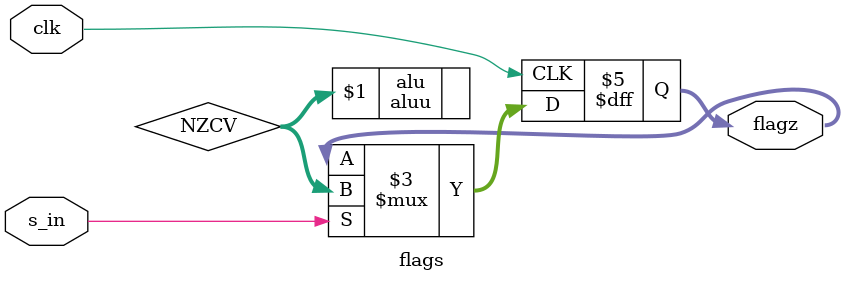
<source format=v>
module flags (
   input clk,
   input s_in,
   output reg [3:0] flagz);
	 
	wire [3:0] NZCV; 
	
	aluu alu(NZCV);

	always@(posedge clk) begin
		if(s_in == 1) flagz <= NZCV;
	end

endmodule 
</source>
